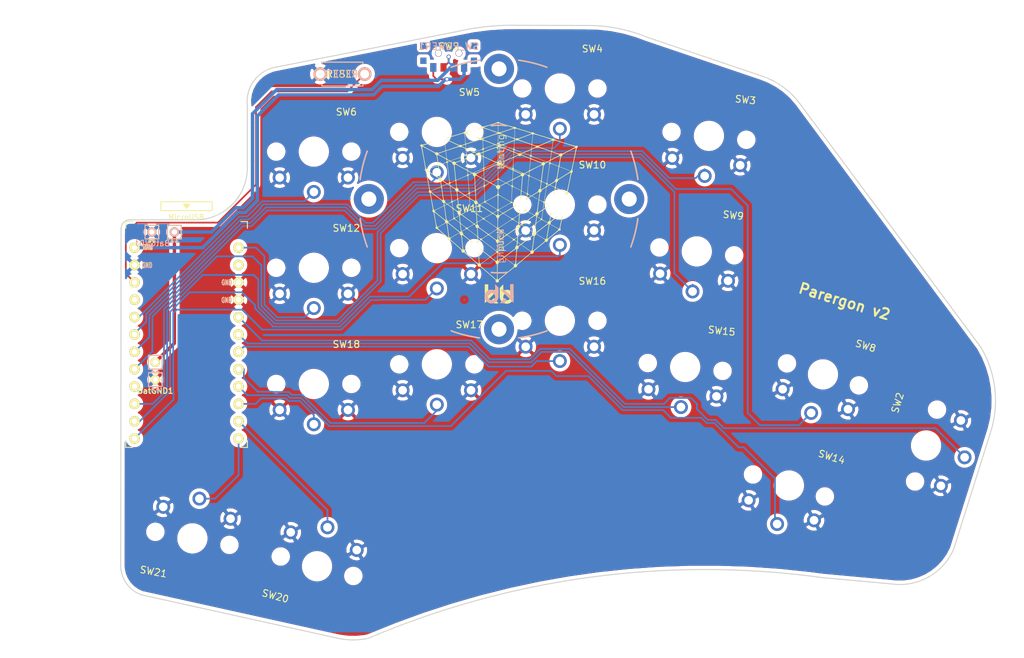
<source format=kicad_pcb>
(kicad_pcb (version 20171130) (host pcbnew 5.1.10)
  (title_block (title hypergolic) (date 2020-12-26) (rev 0.1) (company broomlabs))
  (layers (0 F.Cu signal) (31 B.Cu signal) (34 B.Paste user) (35 F.Paste user) (36 B.SilkS user) (37 F.SilkS user) (38 B.Mask user) (39 F.Mask user) (44 Edge.Cuts user))
  (net 0 "")
  (net 1 reset)
  (net 2 BT+)
  (net 3 gnd)
  (net 4 vcc)
  (net 5 Switch18)
  (net 6 Switch1)
  (net 7 Switch2)
  (net 8 Switch3)
  (net 9 Switch4)
  (net 10 Switch5)
  (net 11 Switch6)
  (net 12 Switch7)
  (net 13 Switch8)
  (net 14 Switch9)
  (net 15 Switch10)
  (net 16 Switch11)
  (net 17 Switch12)
  (net 18 Switch13)
  (net 19 Switch14)
  (net 20 Switch15)
  (net 21 Switch16)
  (net 22 Switch17)
  (net 23 "Net-(SW_POWER1-Pad1)")
  (net 24 raw)
  (module kbd:para (layer F.Cu) (at 86.36 47.752)
    (fp_text reference G*** hide)
    (fp_text value LOGO hide)
  )
  (module kbd:ProMicro_v3_min (layer F.Cu) (at 40.64 69.596)
    (fp_text reference U1 hide)
    (fp_text value ProMicro-kbd hide)
    (fp_text user GND (at 5.86 -6.8) (layer F.SilkS) (effects (font (size 0.75 0.5) (thickness 0.125))))
    (fp_text user GND (at 5.86 -6.77) (layer B.SilkS) (effects (font (size 0.75 0.5) (thickness 0.125)) (justify mirror)))
    (fp_text user GND (at 5.88 -9.38) (layer F.SilkS) (effects (font (size 0.75 0.5) (thickness 0.125))))
    (fp_text user GND (at 5.88 -9.35) (layer B.SilkS) (effects (font (size 0.75 0.5) (thickness 0.125)) (justify mirror)))
    (fp_text user GND (at -5.77 -11.88) (layer B.SilkS) (effects (font (size 0.75 0.5) (thickness 0.125)) (justify mirror)))
    (fp_text user GND (at -5.77 -11.91) (layer F.SilkS) (effects (font (size 0.75 0.5) (thickness 0.125))))
    (fp_text user RAW (at -5.67 -14.52) (layer F.SilkS) (effects (font (size 0.75 0.5) (thickness 0.125))))
    (fp_text user MicroUSB (at -0.05 -18.95) (layer F.SilkS) (effects (font (size 0.75 0.75) (thickness 0.12))))
    (fp_text user RAW (at -5.64 -14.52 unlocked) (layer B.SilkS) (effects (font (size 0.75 0.5) (thickness 0.125)) (justify mirror)))
    (fp_text user "" (at -0.5 -17.25) (layer F.SilkS))
    (fp_text user "" (at -1.2065 -16.256) (layer B.SilkS) (effects (justify mirror)))
    (pad 1 thru_hole circle (at 7.6114 -14.478) (size 1.524 1.524) (drill 0.8128) (layers *.Cu F.SilkS B.Mask) (net 15 Switch10))
    (pad 2 thru_hole circle (at 7.6114 -11.938) (size 1.524 1.524) (drill 0.8128) (layers *.Cu F.SilkS B.Mask) (net 5 Switch18))
    (pad 3 thru_hole circle (at 7.6114 -9.398) (size 1.524 1.524) (drill 0.8128) (layers *.Cu F.SilkS B.Mask) (net 3 gnd))
    (pad 4 thru_hole circle (at 7.6114 -6.858) (size 1.524 1.524) (drill 0.8128) (layers *.Cu F.SilkS B.Mask) (net 3 gnd))
    (pad 5 thru_hole circle (at 7.6114 -4.318) (size 1.524 1.524) (drill 0.8128) (layers *.Cu F.SilkS B.Mask) (net 16 Switch11))
    (pad 6 thru_hole circle (at 7.6114 -1.778) (size 1.524 1.524) (drill 0.8128) (layers *.Cu F.SilkS B.Mask) (net 17 Switch12))
    (pad 7 thru_hole circle (at 7.6114 0.762) (size 1.524 1.524) (drill 0.8128) (layers *.Cu F.SilkS B.Mask) (net 18 Switch13))
    (pad 8 thru_hole circle (at 7.6114 3.302) (size 1.524 1.524) (drill 0.8128) (layers *.Cu F.SilkS B.Mask) (net 19 Switch14))
    (pad 9 thru_hole circle (at 7.6114 5.842) (size 1.524 1.524) (drill 0.8128) (layers *.Cu F.SilkS B.Mask) (net 6 Switch1))
    (pad 10 thru_hole circle (at 7.6114 8.382) (size 1.524 1.524) (drill 0.8128) (layers *.Cu F.SilkS B.Mask) (net 20 Switch15))
    (pad 11 thru_hole circle (at 7.6114 10.922) (size 1.524 1.524) (drill 0.8128) (layers *.Cu F.SilkS B.Mask) (net 21 Switch16))
    (pad 12 thru_hole circle (at 7.6114 13.462) (size 1.524 1.524) (drill 0.8128) (layers *.Cu F.SilkS B.Mask) (net 22 Switch17))
    (pad 13 thru_hole circle (at -7.6086 13.462) (size 1.524 1.524) (drill 0.8128) (layers *.Cu F.SilkS B.Mask) (net 14 Switch9))
    (pad 14 thru_hole circle (at -7.6086 10.922) (size 1.524 1.524) (drill 0.8128) (layers *.Cu F.SilkS B.Mask) (net 13 Switch8))
    (pad 15 thru_hole circle (at -7.6086 8.382) (size 1.524 1.524) (drill 0.8128) (layers *.Cu F.SilkS B.Mask) (net 12 Switch7))
    (pad 16 thru_hole circle (at -7.6086 5.842) (size 1.524 1.524) (drill 0.8128) (layers *.Cu F.SilkS B.Mask) (net 11 Switch6))
    (pad 17 thru_hole circle (at -7.6086 3.302) (size 1.524 1.524) (drill 0.8128) (layers *.Cu F.SilkS B.Mask) (net 7 Switch2))
    (pad 18 thru_hole circle (at -7.6086 0.762) (size 1.524 1.524) (drill 0.8128) (layers *.Cu F.SilkS B.Mask) (net 8 Switch3))
    (pad 19 thru_hole circle (at -7.6086 -1.778) (size 1.524 1.524) (drill 0.8128) (layers *.Cu F.SilkS B.Mask) (net 9 Switch4))
    (pad 20 thru_hole circle (at -7.6086 -4.318) (size 1.524 1.524) (drill 0.8128) (layers *.Cu F.SilkS B.Mask) (net 10 Switch5))
    (pad 21 thru_hole circle (at -7.6086 -6.858) (size 1.524 1.524) (drill 0.8128) (layers *.Cu F.SilkS B.Mask) (net 4 vcc))
    (pad 22 thru_hole circle (at -7.6086 -9.398) (size 1.524 1.524) (drill 0.8128) (layers *.Cu F.SilkS B.Mask) (net 1 reset))
    (pad 23 thru_hole circle (at -7.6086 -11.938) (size 1.524 1.524) (drill 0.8128) (layers *.Cu F.SilkS B.Mask) (net 3 gnd))
    (pad 24 thru_hole circle (at -7.6086 -14.478) (size 1.524 1.524) (drill 0.8128) (layers *.Cu F.SilkS B.Mask) (net 24 raw))
  )
  (module Kailh:SW_PG1350_rev_DPB2 (layer B.Cu) (at 41.493512 97.654043 350)
    (fp_text reference SW21 hide)
    (fp_text value SW_Push hide)
    (fp_text user %R (at -4.76 5.8 170) (layer F.SilkS))
    (pad 2 thru_hole circle (at 5 -3.8 350) (size 2.032 2.032) (drill 1.27) (layers *.Cu *.Mask) (net 3 gnd))
    (pad "" np_thru_hole circle (at 0 0 350) (size 3.429 3.429) (drill 3.429) (layers *.Cu *.Mask))
    (pad 2 thru_hole circle (at -5 -3.8 350) (size 2.032 2.032) (drill 1.27) (layers *.Cu *.Mask) (net 3 gnd))
    (pad 1 thru_hole circle (at 0 -5.9 350) (size 2.032 2.032) (drill 1.27) (layers *.Cu *.Mask) (net 22 Switch17))
    (pad "" np_thru_hole circle (at 5.5 0 350) (size 1.7018 1.7018) (drill 1.7018) (layers *.Cu *.Mask))
    (pad "" np_thru_hole circle (at -5.5 0 350) (size 1.7018 1.7018) (drill 1.7018) (layers *.Cu *.Mask))
  )
  (module Kailh:SW_PG1350_rev_DPB2 (layer B.Cu) (at 128.778 89.916 163)
    (fp_text reference SW14 hide)
    (fp_text value SW_Push hide)
    (fp_text user %R (at -4.760001 5.8 343) (layer F.SilkS))
    (pad 2 thru_hole circle (at 5 -3.8 163) (size 2.032 2.032) (drill 1.27) (layers *.Cu *.Mask) (net 3 gnd))
    (pad "" np_thru_hole circle (at 0 0 163) (size 3.429 3.429) (drill 3.429) (layers *.Cu *.Mask))
    (pad 2 thru_hole circle (at -5 -3.8 163) (size 2.032 2.032) (drill 1.27) (layers *.Cu *.Mask) (net 3 gnd))
    (pad 1 thru_hole circle (at 0 -5.9 163) (size 2.032 2.032) (drill 1.27) (layers *.Cu *.Mask) (net 6 Switch1))
    (pad "" np_thru_hole circle (at 5.5 0 163) (size 1.7018 1.7018) (drill 1.7018) (layers *.Cu *.Mask))
    (pad "" np_thru_hole circle (at -5.5 0 163) (size 1.7018 1.7018) (drill 1.7018) (layers *.Cu *.Mask))
  )
  (module Kailh:SW_PG1350_rev_DPB2 (layer B.Cu) (at 148.844 84.074 253)
    (fp_text reference SW2 hide)
    (fp_text value SW_Push hide)
    (fp_text user %R (at -4.760001 5.8 253) (layer F.SilkS))
    (pad 2 thru_hole circle (at 5 -3.8 253) (size 2.032 2.032) (drill 1.27) (layers *.Cu *.Mask) (net 3 gnd))
    (pad "" np_thru_hole circle (at 0 0 253) (size 3.429 3.429) (drill 3.429) (layers *.Cu *.Mask))
    (pad 2 thru_hole circle (at -5 -3.8 253) (size 2.032 2.032) (drill 1.27) (layers *.Cu *.Mask) (net 3 gnd))
    (pad 1 thru_hole circle (at 0 -5.9 253) (size 2.032 2.032) (drill 1.27) (layers *.Cu *.Mask) (net 16 Switch11))
    (pad "" np_thru_hole circle (at 5.5 0 253) (size 1.7018 1.7018) (drill 1.7018) (layers *.Cu *.Mask))
    (pad "" np_thru_hole circle (at -5.5 0 253) (size 1.7018 1.7018) (drill 1.7018) (layers *.Cu *.Mask))
  )
  (module Kailh:SW_PG1350_rev_DPB2 (layer B.Cu) (at 133.758 73.66 163)
    (fp_text reference SW8 hide)
    (fp_text value SW_Push hide)
    (fp_text user %R (at -4.760001 5.8 343) (layer F.SilkS))
    (pad 2 thru_hole circle (at 5 -3.8 163) (size 2.032 2.032) (drill 1.27) (layers *.Cu *.Mask) (net 3 gnd))
    (pad "" np_thru_hole circle (at 0 0 163) (size 3.429 3.429) (drill 3.429) (layers *.Cu *.Mask))
    (pad 2 thru_hole circle (at -5 -3.8 163) (size 2.032 2.032) (drill 1.27) (layers *.Cu *.Mask) (net 3 gnd))
    (pad 1 thru_hole circle (at 0 -5.9 163) (size 2.032 2.032) (drill 1.27) (layers *.Cu *.Mask) (net 11 Switch6))
    (pad "" np_thru_hole circle (at 5.5 0 163) (size 1.7018 1.7018) (drill 1.7018) (layers *.Cu *.Mask))
    (pad "" np_thru_hole circle (at -5.5 0 163) (size 1.7018 1.7018) (drill 1.7018) (layers *.Cu *.Mask))
  )
  (module kbd:1pin_conn (layer F.Cu) (at 36.068 74.422)
    (fp_text reference BatGND1 (at 0 1.651) (layer F.SilkS) (effects (font (size 0.8128 0.8128))))
    (fp_text value MountingHole_Pad hide)
    (fp_text user ** (at 0 1.651) (layer B.SilkS) (effects (font (size 0.8128 0.8128)) (justify mirror)))
    (pad 1 thru_hole circle (at 0 0) (size 1.397 1.397) (drill 0.8128) (layers *.Cu *.Mask F.SilkS) (net 3 gnd))
  )
  (module kbd:1pin_conn (layer B.Cu) (at 35.56 52.832 180)
    (fp_text reference BatGND1 (at 0 -1.651) (layer B.SilkS) (effects (font (size 0.8128 0.8128)) (justify mirror)))
    (fp_text value MountingHole_Pad hide)
    (fp_text user ** (at 0 -1.651) (layer F.SilkS) (effects (font (size 0.8128 0.8128))))
    (pad 1 thru_hole circle (at 0 0 180) (size 1.397 1.397) (drill 0.8128) (layers *.Cu *.Mask B.SilkS) (net 3 gnd))
  )
  (module kbd:1pin_conn (layer B.Cu) (at 38.862 52.832 180)
    (fp_text reference ** (at 0 -1.651) (layer B.SilkS) (effects (font (size 0.8128 0.8128)) (justify mirror)))
    (fp_text value Val** hide)
    (fp_text user ** (at 0 -1.651) (layer F.SilkS) (effects (font (size 0.8128 0.8128))))
    (pad 1 thru_hole circle (at 0 0 180) (size 1.397 1.397) (drill 0.8128) (layers *.Cu *.Mask B.SilkS) (net 2 BT+))
  )
  (module kbd:1pin_conn (layer F.Cu) (at 36.068 71.882)
    (fp_text reference ** (at 0 1.651) (layer F.SilkS) (effects (font (size 0.8128 0.8128))))
    (fp_text value Val** hide)
    (fp_text user ** (at 0 1.651) (layer B.SilkS) (effects (font (size 0.8128 0.8128)) (justify mirror)))
    (pad 1 thru_hole circle (at 0 0) (size 1.397 1.397) (drill 0.8128) (layers *.Cu *.Mask F.SilkS) (net 2 BT+))
  )
  (module Kailh:SW_PG1350_rev_DPB2 (layer B.Cu) (at 77.26 72.189 180)
    (fp_text reference SW17 hide)
    (fp_text value SW_Push hide)
    (fp_text user %R (at -4.76 5.8) (layer F.SilkS))
    (pad 2 thru_hole circle (at 5 -3.8 180) (size 2.032 2.032) (drill 1.27) (layers *.Cu *.Mask) (net 3 gnd))
    (pad "" np_thru_hole circle (at 0 0 180) (size 3.429 3.429) (drill 3.429) (layers *.Cu *.Mask))
    (pad 2 thru_hole circle (at -5 -3.8 180) (size 2.032 2.032) (drill 1.27) (layers *.Cu *.Mask) (net 3 gnd))
    (pad 1 thru_hole circle (at 0 -5.9 180) (size 2.032 2.032) (drill 1.27) (layers *.Cu *.Mask) (net 19 Switch14))
    (pad "" np_thru_hole circle (at 5.5 0 180) (size 1.7018 1.7018) (drill 1.7018) (layers *.Cu *.Mask))
    (pad "" np_thru_hole circle (at -5.5 0 180) (size 1.7018 1.7018) (drill 1.7018) (layers *.Cu *.Mask))
  )
  (module Kailh:SW_PG1350_rev_DPB2 (layer B.Cu) (at 59.26 58.064 180)
    (fp_text reference SW12 hide)
    (fp_text value SW_Push hide)
    (fp_text user %R (at -4.76 5.8) (layer F.SilkS))
    (pad 2 thru_hole circle (at 5 -3.8 180) (size 2.032 2.032) (drill 1.27) (layers *.Cu *.Mask) (net 3 gnd))
    (pad "" np_thru_hole circle (at 0 0 180) (size 3.429 3.429) (drill 3.429) (layers *.Cu *.Mask))
    (pad 2 thru_hole circle (at -5 -3.8 180) (size 2.032 2.032) (drill 1.27) (layers *.Cu *.Mask) (net 3 gnd))
    (pad 1 thru_hole circle (at 0 -5.9 180) (size 2.032 2.032) (drill 1.27) (layers *.Cu *.Mask) (net 15 Switch10))
    (pad "" np_thru_hole circle (at 5.5 0 180) (size 1.7018 1.7018) (drill 1.7018) (layers *.Cu *.Mask))
    (pad "" np_thru_hole circle (at -5.5 0 180) (size 1.7018 1.7018) (drill 1.7018) (layers *.Cu *.Mask))
  )
  (module Kailh:SW_PG1350_rev_DPB2 (layer B.Cu) (at 59.26 75.064 180)
    (fp_text reference SW18 hide)
    (fp_text value SW_Push hide)
    (fp_text user %R (at -4.76 5.8) (layer F.SilkS))
    (pad 2 thru_hole circle (at 5 -3.8 180) (size 2.032 2.032) (drill 1.27) (layers *.Cu *.Mask) (net 3 gnd))
    (pad "" np_thru_hole circle (at 0 0 180) (size 3.429 3.429) (drill 3.429) (layers *.Cu *.Mask))
    (pad 2 thru_hole circle (at -5 -3.8 180) (size 2.032 2.032) (drill 1.27) (layers *.Cu *.Mask) (net 3 gnd))
    (pad 1 thru_hole circle (at 0 -5.9 180) (size 2.032 2.032) (drill 1.27) (layers *.Cu *.Mask) (net 20 Switch15))
    (pad "" np_thru_hole circle (at 5.5 0 180) (size 1.7018 1.7018) (drill 1.7018) (layers *.Cu *.Mask))
    (pad "" np_thru_hole circle (at -5.5 0 180) (size 1.7018 1.7018) (drill 1.7018) (layers *.Cu *.Mask))
  )
  (module Kailh:SW_PG1350_rev_DPB2 (layer B.Cu) (at 117.073725 38.758733 174)
    (fp_text reference SW3 hide)
    (fp_text value SW_Push hide)
    (fp_text user %R (at -4.76 5.8 354) (layer F.SilkS))
    (pad 2 thru_hole circle (at 5 -3.8 174) (size 2.032 2.032) (drill 1.27) (layers *.Cu *.Mask) (net 3 gnd))
    (pad "" np_thru_hole circle (at 0 0 174) (size 3.429 3.429) (drill 3.429) (layers *.Cu *.Mask))
    (pad 2 thru_hole circle (at -5 -3.8 174) (size 2.032 2.032) (drill 1.27) (layers *.Cu *.Mask) (net 3 gnd))
    (pad 1 thru_hole circle (at 0 -5.9 174) (size 2.032 2.032) (drill 1.27) (layers *.Cu *.Mask) (net 7 Switch2))
    (pad "" np_thru_hole circle (at 5.5 0 174) (size 1.7018 1.7018) (drill 1.7018) (layers *.Cu *.Mask))
    (pad "" np_thru_hole circle (at -5.5 0 174) (size 1.7018 1.7018) (drill 1.7018) (layers *.Cu *.Mask))
  )
  (module Kailh:SW_PG1350_rev_DPB2 (layer B.Cu) (at 59.73 101.734 345)
    (fp_text reference SW20 hide)
    (fp_text value SW_Push hide)
    (fp_text user %R (at -4.76 5.8 345) (layer F.SilkS))
    (pad 2 thru_hole circle (at 5 -3.8 345) (size 2.032 2.032) (drill 1.27) (layers *.Cu *.Mask) (net 3 gnd))
    (pad "" np_thru_hole circle (at 0 0 345) (size 3.429 3.429) (drill 3.429) (layers *.Cu *.Mask))
    (pad 2 thru_hole circle (at -5 -3.8 345) (size 2.032 2.032) (drill 1.27) (layers *.Cu *.Mask) (net 3 gnd))
    (pad 1 thru_hole circle (at 0 -5.9 345) (size 2.032 2.032) (drill 1.27) (layers *.Cu *.Mask) (net 21 Switch16))
    (pad "" np_thru_hole circle (at 5.5 0 345) (size 1.7018 1.7018) (drill 1.7018) (layers *.Cu *.Mask))
    (pad "" np_thru_hole circle (at -5.5 0 345) (size 1.7018 1.7018) (drill 1.7018) (layers *.Cu *.Mask))
  )
  (module Kailh:SW_PG1350_rev_DPB2 (layer B.Cu) (at 95.26 65.814 180)
    (fp_text reference SW16 hide)
    (fp_text value SW_Push hide)
    (fp_text user %R (at -4.76 5.8) (layer F.SilkS))
    (pad 2 thru_hole circle (at 5 -3.8 180) (size 2.032 2.032) (drill 1.27) (layers *.Cu *.Mask) (net 3 gnd))
    (pad "" np_thru_hole circle (at 0 0 180) (size 3.429 3.429) (drill 3.429) (layers *.Cu *.Mask))
    (pad 2 thru_hole circle (at -5 -3.8 180) (size 2.032 2.032) (drill 1.27) (layers *.Cu *.Mask) (net 3 gnd))
    (pad 1 thru_hole circle (at 0 -5.9 180) (size 2.032 2.032) (drill 1.27) (layers *.Cu *.Mask) (net 18 Switch13))
    (pad "" np_thru_hole circle (at 5.5 0 180) (size 1.7018 1.7018) (drill 1.7018) (layers *.Cu *.Mask))
    (pad "" np_thru_hole circle (at -5.5 0 180) (size 1.7018 1.7018) (drill 1.7018) (layers *.Cu *.Mask))
  )
  (module Kailh:SW_PG1350_rev_DPB2 (layer B.Cu) (at 113.599306 72.577387 174)
    (fp_text reference SW15 hide)
    (fp_text value SW_Push hide)
    (fp_text user %R (at -4.76 5.8 354) (layer F.SilkS))
    (pad 2 thru_hole circle (at 5 -3.8 174) (size 2.032 2.032) (drill 1.27) (layers *.Cu *.Mask) (net 3 gnd))
    (pad "" np_thru_hole circle (at 0 0 174) (size 3.429 3.429) (drill 3.429) (layers *.Cu *.Mask))
    (pad 2 thru_hole circle (at -5 -3.8 174) (size 2.032 2.032) (drill 1.27) (layers *.Cu *.Mask) (net 3 gnd))
    (pad 1 thru_hole circle (at 0 -5.9 174) (size 2.032 2.032) (drill 1.27) (layers *.Cu *.Mask) (net 17 Switch12))
    (pad "" np_thru_hole circle (at 5.5 0 174) (size 1.7018 1.7018) (drill 1.7018) (layers *.Cu *.Mask))
    (pad "" np_thru_hole circle (at -5.5 0 174) (size 1.7018 1.7018) (drill 1.7018) (layers *.Cu *.Mask))
  )
  (module Kailh:SW_PG1350_rev_DPB2 (layer B.Cu) (at 77.26 55.184 180)
    (fp_text reference SW11 hide)
    (fp_text value SW_Push hide)
    (fp_text user %R (at -4.76 5.8) (layer F.SilkS))
    (pad 2 thru_hole circle (at 5 -3.8 180) (size 2.032 2.032) (drill 1.27) (layers *.Cu *.Mask) (net 3 gnd))
    (pad "" np_thru_hole circle (at 0 0 180) (size 3.429 3.429) (drill 3.429) (layers *.Cu *.Mask))
    (pad 2 thru_hole circle (at -5 -3.8 180) (size 2.032 2.032) (drill 1.27) (layers *.Cu *.Mask) (net 3 gnd))
    (pad 1 thru_hole circle (at 0 -5.9 180) (size 2.032 2.032) (drill 1.27) (layers *.Cu *.Mask) (net 14 Switch9))
    (pad "" np_thru_hole circle (at 5.5 0 180) (size 1.7018 1.7018) (drill 1.7018) (layers *.Cu *.Mask))
    (pad "" np_thru_hole circle (at -5.5 0 180) (size 1.7018 1.7018) (drill 1.7018) (layers *.Cu *.Mask))
  )
  (module Kailh:SW_PG1350_rev_DPB2 (layer B.Cu) (at 95.26 48.814 180)
    (fp_text reference SW10 hide)
    (fp_text value SW_Push hide)
    (fp_text user %R (at -4.76 5.8) (layer F.SilkS))
    (pad 2 thru_hole circle (at 5 -3.8 180) (size 2.032 2.032) (drill 1.27) (layers *.Cu *.Mask) (net 3 gnd))
    (pad "" np_thru_hole circle (at 0 0 180) (size 3.429 3.429) (drill 3.429) (layers *.Cu *.Mask))
    (pad 2 thru_hole circle (at -5 -3.8 180) (size 2.032 2.032) (drill 1.27) (layers *.Cu *.Mask) (net 3 gnd))
    (pad 1 thru_hole circle (at 0 -5.9 180) (size 2.032 2.032) (drill 1.27) (layers *.Cu *.Mask) (net 13 Switch8))
    (pad "" np_thru_hole circle (at 5.5 0 180) (size 1.7018 1.7018) (drill 1.7018) (layers *.Cu *.Mask))
    (pad "" np_thru_hole circle (at -5.5 0 180) (size 1.7018 1.7018) (drill 1.7018) (layers *.Cu *.Mask))
  )
  (module Kailh:SW_PG1350_rev_DPB2 (layer B.Cu) (at 115.296801 55.665619 174)
    (fp_text reference SW9 hide)
    (fp_text value SW_Push hide)
    (fp_text user %R (at -4.76 5.8 354) (layer F.SilkS))
    (pad 2 thru_hole circle (at 5 -3.8 174) (size 2.032 2.032) (drill 1.27) (layers *.Cu *.Mask) (net 3 gnd))
    (pad "" np_thru_hole circle (at 0 0 174) (size 3.429 3.429) (drill 3.429) (layers *.Cu *.Mask))
    (pad 2 thru_hole circle (at -5 -3.8 174) (size 2.032 2.032) (drill 1.27) (layers *.Cu *.Mask) (net 3 gnd))
    (pad 1 thru_hole circle (at 0 -5.9 174) (size 2.032 2.032) (drill 1.27) (layers *.Cu *.Mask) (net 12 Switch7))
    (pad "" np_thru_hole circle (at 5.5 0 174) (size 1.7018 1.7018) (drill 1.7018) (layers *.Cu *.Mask))
    (pad "" np_thru_hole circle (at -5.5 0 174) (size 1.7018 1.7018) (drill 1.7018) (layers *.Cu *.Mask))
  )
  (module Kailh:SW_PG1350_rev_DPB2 (layer B.Cu) (at 77.26 38.184 180)
    (fp_text reference SW5 hide)
    (fp_text value SW_Push hide)
    (fp_text user %R (at -4.76 5.8) (layer F.SilkS))
    (pad 2 thru_hole circle (at 5 -3.8 180) (size 2.032 2.032) (drill 1.27) (layers *.Cu *.Mask) (net 3 gnd))
    (pad "" np_thru_hole circle (at 0 0 180) (size 3.429 3.429) (drill 3.429) (layers *.Cu *.Mask))
    (pad 2 thru_hole circle (at -5 -3.8 180) (size 2.032 2.032) (drill 1.27) (layers *.Cu *.Mask) (net 3 gnd))
    (pad 1 thru_hole circle (at 0 -5.9 180) (size 2.032 2.032) (drill 1.27) (layers *.Cu *.Mask) (net 9 Switch4))
    (pad "" np_thru_hole circle (at 5.5 0 180) (size 1.7018 1.7018) (drill 1.7018) (layers *.Cu *.Mask))
    (pad "" np_thru_hole circle (at -5.5 0 180) (size 1.7018 1.7018) (drill 1.7018) (layers *.Cu *.Mask))
  )
  (module Kailh:SW_PG1350_rev_DPB2 (layer B.Cu) (at 95.26 31.824 180)
    (fp_text reference SW4 hide)
    (fp_text value SW_Push hide)
    (fp_text user %R (at -4.76 5.8) (layer F.SilkS))
    (pad 2 thru_hole circle (at 5 -3.8 180) (size 2.032 2.032) (drill 1.27) (layers *.Cu *.Mask) (net 3 gnd))
    (pad "" np_thru_hole circle (at 0 0 180) (size 3.429 3.429) (drill 3.429) (layers *.Cu *.Mask))
    (pad 2 thru_hole circle (at -5 -3.8 180) (size 2.032 2.032) (drill 1.27) (layers *.Cu *.Mask) (net 3 gnd))
    (pad 1 thru_hole circle (at 0 -5.9 180) (size 2.032 2.032) (drill 1.27) (layers *.Cu *.Mask) (net 8 Switch3))
    (pad "" np_thru_hole circle (at 5.5 0 180) (size 1.7018 1.7018) (drill 1.7018) (layers *.Cu *.Mask))
    (pad "" np_thru_hole circle (at -5.5 0 180) (size 1.7018 1.7018) (drill 1.7018) (layers *.Cu *.Mask))
  )
  (module Kailh:SW_PG1350_rev_DPB2 (layer B.Cu) (at 59.26 41.064 180)
    (fp_text reference SW6 hide)
    (fp_text value SW_Push hide)
    (fp_text user %R (at -4.76 5.8) (layer F.SilkS))
    (pad 2 thru_hole circle (at 5 -3.8 180) (size 2.032 2.032) (drill 1.27) (layers *.Cu *.Mask) (net 3 gnd))
    (pad "" np_thru_hole circle (at 0 0 180) (size 3.429 3.429) (drill 3.429) (layers *.Cu *.Mask))
    (pad 2 thru_hole circle (at -5 -3.8 180) (size 2.032 2.032) (drill 1.27) (layers *.Cu *.Mask) (net 3 gnd))
    (pad 1 thru_hole circle (at 0 -5.9 180) (size 2.032 2.032) (drill 1.27) (layers *.Cu *.Mask) (net 10 Switch5))
    (pad "" np_thru_hole circle (at 5.5 0 180) (size 1.7018 1.7018) (drill 1.7018) (layers *.Cu *.Mask))
    (pad "" np_thru_hole circle (at -5.5 0 180) (size 1.7018 1.7018) (drill 1.7018) (layers *.Cu *.Mask))
  )
  (module kbd:Tenting_Puck2 (layer B.Cu) (at 86.36 48.006 180)
    (fp_text reference REF**)
    (fp_text value "Tenting Puck")
    (fp_text user tenting (at -0.1905 -6.858 270) (layer B.SilkS) (effects (font (thickness 0.1)) (justify mirror)))
    (fp_text user puck (at -0.254 6.0325 270) (layer B.SilkS) (effects (font (thickness 0.1)) (justify mirror)))
    (fp_text user tenting (at -0.254 6.9215 270) (layer F.SilkS) (effects (font (thickness 0.1))))
    (fp_text user puck (at -0.1905 -6.0325 90 unlocked) (layer F.SilkS) (effects (font (thickness 0.1))))
    (pad 1 thru_hole circle (at 0 19.05 180) (size 4.4 4.4) (drill 2.2) (layers *.Cu *.Mask))
    (pad 1 thru_hole circle (at 19.05 0 180) (size 4.4 4.4) (drill 2.2) (layers *.Cu *.Mask))
    (pad 1 thru_hole circle (at 0 -19.05 180) (size 4.4 4.4) (drill 2.2) (layers *.Cu *.Mask))
    (pad 1 thru_hole circle (at -19.05 0 180) (size 4.4 4.4) (drill 2.2) (layers *.Cu *.Mask))
  )
  (module Kailh:SPDT_C128955r (layer F.Cu) (at 78.994 26.67)
    (fp_text reference SW2 (at 0 -1) (layer F.SilkS))
    (fp_text value SW_SPDT)
    (pad 2 smd rect (at -0.75 2.075) (size 0.9 1.25) (layers F.Cu F.Paste F.Mask) (net 2 BT+))
    (pad 3 smd rect (at -2.25 2.075) (size 0.9 1.25) (layers F.Cu F.Paste F.Mask) (net 24 raw))
    (pad 1 smd rect (at 2.25 2.075) (size 0.9 1.25) (layers F.Cu F.Paste F.Mask))
    (pad 0 smd rect (at 3.7 -1.1) (size 0.9 0.9) (layers F.Cu F.Paste F.Mask))
    (pad 0 smd rect (at 3.7 1.1) (size 0.9 0.9) (layers F.Cu F.Paste F.Mask))
    (pad 0 smd rect (at -3.7 1.1) (size 0.9 0.9) (layers F.Cu F.Paste F.Mask))
    (pad 0 smd rect (at -3.7 -1.1) (size 0.9 0.9) (layers F.Cu F.Paste F.Mask))
  )
  (module Kailh:SPDT_C128955 (layer B.Cu) (at 78.994 26.67 180)
    (fp_text reference SW_POWER1 (at 0 1) (layer B.SilkS) (effects (justify mirror)))
    (fp_text value SW_SPDT)
    (pad 0 smd rect (at -3.7 1.1 180) (size 0.9 0.9) (layers B.Cu B.Paste B.Mask))
    (pad 0 smd rect (at -3.7 -1.1 180) (size 0.9 0.9) (layers B.Cu B.Paste B.Mask))
    (pad 0 smd rect (at 3.7 -1.1 180) (size 0.9 0.9) (layers B.Cu B.Paste B.Mask))
    (pad 0 smd rect (at 3.7 1.1 180) (size 0.9 0.9) (layers B.Cu B.Paste B.Mask))
    (pad 1 smd rect (at 2.25 -2.075 180) (size 0.9 1.25) (layers B.Cu B.Paste B.Mask) (net 23 "Net-(SW_POWER1-Pad1)"))
    (pad 3 smd rect (at -2.25 -2.075 180) (size 0.9 1.25) (layers B.Cu B.Paste B.Mask) (net 24 raw))
    (pad 2 smd rect (at -0.75 -2.075 180) (size 0.9 1.25) (layers B.Cu B.Paste B.Mask) (net 2 BT+))
    (pad "" np_thru_hole circle (at -1.5 0 180) (size 1 1) (drill 0.9) (layers *.Cu *.Mask))
    (pad "" np_thru_hole circle (at 1.5 0 180) (size 1 1) (drill 0.9) (layers *.Cu *.Mask))
  )
  (module kbd:ResetSW (layer B.Cu) (at 63.448 29.718 180)
    (fp_text reference RSW1 hide)
    (fp_text value SW_Push)
    (fp_text user RESET (at 0 0) (layer B.SilkS) (effects (justify mirror)))
    (fp_text user RESET (at 0.127 0) (layer F.SilkS))
    (pad 2 thru_hole circle (at -3.25 0 180) (size 2 2) (drill 1.3) (layers *.Cu *.Mask B.SilkS) (net 1 reset))
    (pad 1 thru_hole circle (at 3.25 0 180) (size 2 2) (drill 1.3) (layers *.Cu *.Mask B.SilkS) (net 3 gnd))
  )
  (gr_text "Parergon v2" (at 136.906 62.992 343) (layer F.SilkS) (effects (font (size 1.5 1.5) (thickness 0.3))))
  (gr_line (start 107.980005 24.310753) (end 124.714 29.972) (angle 90) (layer Edge.Cuts) (width 0.15))
  (gr_arc (start 99.314 45.466) (end 99.06 22.606) (angle 22.9124919) (layer Edge.Cuts) (width 0.15))
  (gr_line (start 66.818368 112.363873) (end 67.31 112.245889) (layer Edge.Cuts) (width 0.15))
  (gr_arc (start 116.490445 227.846449) (end 133.690041 103.402166) (angle -30.91563228) (layer Edge.Cuts) (width 0.15))
  (gr_arc (start 32.32832 52.314) (end 31.05832 52.324) (angle 94.05555909) (layer Edge.Cuts) (width 0.15))
  (gr_line (start 32.408164 51.046473) (end 41.656141 51.049771) (angle 90) (layer Edge.Cuts) (width 0.15))
  (gr_arc (start 65.024 101.854) (end 62.738 112.268) (angle -22.06954052) (layer Edge.Cuts) (width 0.15))
  (gr_line (start 62.738 112.268) (end 34.036 105.918) (layer Edge.Cuts) (width 0.15))
  (gr_arc (start 35.572354 101.615905) (end 34.036 105.918) (angle 70.54625375) (layer Edge.Cuts) (width 0.15))
  (gr_arc (start 88.368079 58.96879) (end 80.226393 23.495399) (angle 14.16454563) (layer Edge.Cuts) (width 0.15))
  (gr_line (start 89.154528 22.581567) (end 99.06 22.606) (angle 90) (layer Edge.Cuts) (width 0.15))
  (gr_line (start 144.526 104.394) (end 133.690041 103.402166) (layer Edge.Cuts) (width 0.15))
  (gr_arc (start 41.91 43.43261) (end 49.53 43.578151) (angle 90.81459567) (layer Edge.Cuts) (width 0.15))
  (gr_arc (start 54.627507 33.74391) (end 49.53 34.29) (angle 87.32605082) (layer Edge.Cuts) (width 0.15))
  (gr_arc (start 145.008629 95.824859) (end 152.890532 99.221726) (angle 69.90898017) (layer Edge.Cuts) (width 0.15))
  (gr_line (start 130.556001 34.290001) (end 156.817493 69.628875) (angle 90) (layer Edge.Cuts) (width 0.15))
  (gr_arc (start 143.785881 77.492748) (end 156.817493 69.628875) (angle 49.39351631) (layer Edge.Cuts) (width 0.15))
  (gr_line (start 49.53 43.578151) (end 49.53 34.29) (angle 90) (layer Edge.Cuts) (width 0.15))
  (gr_arc (start 121.158 40.894) (end 124.714 29.972) (angle 36.8699046) (layer Edge.Cuts) (width 0.15))
  (gr_line (start 158.237872 82.268036) (end 152.890532 99.221726) (angle 90) (layer Edge.Cuts) (width 0.15))
  (gr_line (start 31.004187 101.600055) (end 31.05832 52.324) (angle 90) (layer Edge.Cuts) (width 0.15))
  (gr_line (start 53.844201 28.67743) (end 80.226393 23.495399) (angle 90) (layer Edge.Cuts) (width 0.15))
  (segment (start 81.28 62.738) (end 81.279998 62.737998) (width 0.25) (layer B.Cu) (net 0))
  (segment (start 31.75 58.9166) (end 33.0314 60.198) (width 0.25) (layer F.Cu) (net 1))
  (segment (start 33.382211 51.453789) (end 31.75 53.086) (width 0.25) (layer F.Cu) (net 1))
  (segment (start 45.237027 51.453789) (end 33.382211 51.453789) (width 0.25) (layer F.Cu) (net 1))
  (segment (start 50.8 45.890816) (end 45.237027 51.453789) (width 0.25) (layer F.Cu) (net 1))
  (segment (start 50.8 34.544) (end 50.8 45.890816) (width 0.25) (layer F.Cu) (net 1))
  (segment (start 53.086 32.258) (end 50.8 34.544) (width 0.25) (layer F.Cu) (net 1))
  (segment (start 31.75 53.086) (end 31.75 58.9166) (width 0.25) (layer F.Cu) (net 1))
  (segment (start 64.158 32.258) (end 53.086 32.258) (width 0.25) (layer F.Cu) (net 1))
  (segment (start 66.698 29.718) (end 64.158 32.258) (width 0.25) (layer F.Cu) (net 1))
  (segment (start 50.292 42.418) (end 50.292 46.398727) (width 0.25) (layer B.Cu) (net 2))
  (via (at 78.994 27.178) (size 0.6) (drill 0.4) (layers F.Cu B.Cu) (net 2))
  (segment (start 78.994 27.995) (end 78.244 28.745) (width 0.25) (layer F.Cu) (net 2))
  (segment (start 78.994 27.178) (end 78.994 27.995) (width 0.25) (layer F.Cu) (net 2))
  (segment (start 78.994 27.995) (end 79.744 28.745) (width 0.25) (layer B.Cu) (net 2))
  (segment (start 78.994 27.178) (end 78.994 27.995) (width 0.25) (layer B.Cu) (net 2))
  (segment (start 50.292 36.83) (end 50.292 42.418) (width 0.5) (layer B.Cu) (net 2))
  (segment (start 50.292 35.51998) (end 50.292 36.83) (width 0.5) (layer B.Cu) (net 2))
  (segment (start 67.79799 31.98399) (end 53.82799 31.98399) (width 0.5) (layer B.Cu) (net 2))
  (segment (start 53.82799 31.98399) (end 50.292 35.51998) (width 0.5) (layer B.Cu) (net 2))
  (segment (start 69.140647 30.641333) (end 67.79799 31.98399) (width 0.5) (layer B.Cu) (net 2))
  (segment (start 77.377333 30.641333) (end 69.140647 30.641333) (width 0.5) (layer B.Cu) (net 2))
  (segment (start 79.273666 28.745) (end 77.377333 30.641333) (width 0.5) (layer B.Cu) (net 2))
  (segment (start 79.744 28.745) (end 79.273666 28.745) (width 0.5) (layer B.Cu) (net 2))
  (segment (start 44.293622 52.832) (end 38.862 52.832) (width 0.5) (layer B.Cu) (net 2))
  (segment (start 47.848942 49.27668) (end 44.293622 52.832) (width 0.5) (layer B.Cu) (net 2))
  (segment (start 48.949548 49.27668) (end 47.848942 49.27668) (width 0.5) (layer B.Cu) (net 2))
  (segment (start 50.292 47.934228) (end 48.949548 49.27668) (width 0.5) (layer B.Cu) (net 2))
  (segment (start 50.292 42.418) (end 50.292 47.934228) (width 0.5) (layer B.Cu) (net 2))
  (segment (start 38.862 69.088) (end 36.068 71.882) (width 0.5) (layer F.Cu) (net 2))
  (segment (start 38.862 52.832) (end 38.862 69.088) (width 0.5) (layer F.Cu) (net 2))
  (segment (start 126.738499 88.892499) (end 126.738499 95.24369) (width 0.25) (layer B.Cu) (net 6))
  (segment (start 122.174 84.328) (end 126.738499 88.892499) (width 0.25) (layer B.Cu) (net 6))
  (segment (start 121.412 84.328) (end 122.174 84.328) (width 0.25) (layer B.Cu) (net 6))
  (segment (start 117.856 80.772) (end 121.412 84.328) (width 0.25) (layer B.Cu) (net 6))
  (segment (start 116.71159 80.772) (end 117.856 80.772) (width 0.25) (layer B.Cu) (net 6))
  (segment (start 115.94959 80.01) (end 116.71159 80.772) (width 0.25) (layer B.Cu) (net 6))
  (segment (start 111.506 80.01) (end 115.94959 80.01) (width 0.25) (layer B.Cu) (net 6))
  (segment (start 49.5214 76.708) (end 55.372 76.708) (width 0.25) (layer B.Cu) (net 6))
  (segment (start 126.738499 95.24369) (end 127.053007 95.558198) (width 0.25) (layer B.Cu) (net 6))
  (segment (start 87.376 73.152) (end 93.98 73.152) (width 0.25) (layer B.Cu) (net 6))
  (segment (start 79.30599 81.22201) (end 87.376 73.152) (width 0.25) (layer B.Cu) (net 6))
  (segment (start 55.767501 77.103501) (end 57.384183 77.103501) (width 0.25) (layer B.Cu) (net 6))
  (segment (start 55.372 76.708) (end 55.767501 77.103501) (width 0.25) (layer B.Cu) (net 6))
  (segment (start 99.43959 73.914) (end 104.420665 78.895075) (width 0.25) (layer B.Cu) (net 6))
  (segment (start 57.384183 77.103501) (end 61.502692 81.22201) (width 0.25) (layer B.Cu) (net 6))
  (segment (start 48.2514 75.438) (end 49.5214 76.708) (width 0.25) (layer B.Cu) (net 6))
  (segment (start 61.502692 81.22201) (end 79.30599 81.22201) (width 0.25) (layer B.Cu) (net 6))
  (segment (start 110.391075 78.895075) (end 111.506 80.01) (width 0.25) (layer B.Cu) (net 6))
  (segment (start 93.98 73.152) (end 94.742 73.914) (width 0.25) (layer B.Cu) (net 6))
  (segment (start 94.742 73.914) (end 99.43959 73.914) (width 0.25) (layer B.Cu) (net 6))
  (segment (start 104.420665 78.895075) (end 110.391075 78.895075) (width 0.25) (layer B.Cu) (net 6))
  (segment (start 35.635225 70.294175) (end 33.0314 72.898) (width 0.25) (layer B.Cu) (net 7))
  (segment (start 53.197175 49.672825) (end 63.771236 49.672826) (width 0.25) (layer B.Cu) (net 7))
  (segment (start 68.39078 52.38199) (end 74.34876 46.42401) (width 0.25) (layer B.Cu) (net 7))
  (segment (start 74.34876 46.42401) (end 82.7364 46.42401) (width 0.25) (layer B.Cu) (net 7))
  (segment (start 63.771236 49.672826) (end 66.4804 52.38199) (width 0.25) (layer B.Cu) (net 7))
  (segment (start 66.4804 52.38199) (end 68.39078 52.38199) (width 0.25) (layer B.Cu) (net 7))
  (segment (start 82.7364 46.42401) (end 88.160386 41.000024) (width 0.25) (layer B.Cu) (net 7))
  (segment (start 88.160386 41.000024) (end 107.326368 41.000024) (width 0.25) (layer B.Cu) (net 7))
  (segment (start 115.141591 44.941828) (end 116.457007 43.626412) (width 0.25) (layer B.Cu) (net 7))
  (segment (start 107.326368 41.000024) (end 111.268172 44.941828) (width 0.25) (layer B.Cu) (net 7))
  (segment (start 111.268172 44.941828) (end 115.141591 44.941828) (width 0.25) (layer B.Cu) (net 7))
  (segment (start 53.197175 49.672825) (end 52.943175 49.672825) (width 0.25) (layer B.Cu) (net 7))
  (segment (start 48.87402 51.96398) (end 35.635225 65.202775) (width 0.25) (layer B.Cu) (net 7))
  (segment (start 50.14684 51.96398) (end 48.87402 51.96398) (width 0.25) (layer B.Cu) (net 7))
  (segment (start 53.197175 49.672825) (end 52.437995 49.672825) (width 0.25) (layer B.Cu) (net 7))
  (segment (start 52.437995 49.672825) (end 50.14684 51.96398) (width 0.25) (layer B.Cu) (net 7))
  (segment (start 35.635225 65.202775) (end 35.635225 70.294175) (width 0.25) (layer B.Cu) (net 7))
  (segment (start 35.185215 68.204185) (end 33.0314 70.358) (width 0.25) (layer B.Cu) (net 8))
  (segment (start 87.973986 40.550014) (end 82.55 45.974) (width 0.25) (layer B.Cu) (net 8))
  (segment (start 95.26 37.724) (end 95.26 39.688028) (width 0.25) (layer B.Cu) (net 8))
  (segment (start 95.26 39.688028) (end 94.398014 40.550014) (width 0.25) (layer B.Cu) (net 8))
  (segment (start 94.398014 40.550014) (end 87.973986 40.550014) (width 0.25) (layer B.Cu) (net 8))
  (segment (start 82.55 45.974) (end 74.16236 45.974) (width 0.25) (layer B.Cu) (net 8))
  (segment (start 35.185215 65.016375) (end 35.185215 68.204185) (width 0.25) (layer B.Cu) (net 8))
  (segment (start 48.68762 51.51397) (end 35.185215 65.016375) (width 0.25) (layer B.Cu) (net 8))
  (segment (start 63.957637 49.222817) (end 62.791185 49.222815) (width 0.25) (layer B.Cu) (net 8))
  (segment (start 62.791185 49.222815) (end 52.251595 49.222815) (width 0.25) (layer B.Cu) (net 8))
  (segment (start 74.16236 45.974) (end 68.20438 51.93198) (width 0.25) (layer B.Cu) (net 8))
  (segment (start 68.20438 51.93198) (end 66.6668 51.93198) (width 0.25) (layer B.Cu) (net 8))
  (segment (start 49.96044 51.51397) (end 48.68762 51.51397) (width 0.25) (layer B.Cu) (net 8))
  (segment (start 66.6668 51.93198) (end 63.957637 49.222817) (width 0.25) (layer B.Cu) (net 8))
  (segment (start 52.251595 49.222815) (end 49.96044 51.51397) (width 0.25) (layer B.Cu) (net 8))
  (segment (start 49.84872 50.86369) (end 49.7107 51.00171) (width 0.25) (layer B.Cu) (net 9))
  (segment (start 49.97431 50.86369) (end 49.84872 50.86369) (width 0.25) (layer B.Cu) (net 9))
  (segment (start 51.892981 48.772805) (end 51.473209 49.192577) (width 0.25) (layer B.Cu) (net 9))
  (segment (start 62.733195 48.772805) (end 51.892981 48.772805) (width 0.25) (layer B.Cu) (net 9))
  (segment (start 73.85601 45.52399) (end 67.89803 51.48197) (width 0.25) (layer B.Cu) (net 9))
  (segment (start 64.144038 48.772808) (end 62.733195 48.772805) (width 0.25) (layer B.Cu) (net 9))
  (segment (start 66.8532 51.48197) (end 64.144038 48.772808) (width 0.25) (layer B.Cu) (net 9))
  (segment (start 67.89803 51.48197) (end 66.8532 51.48197) (width 0.25) (layer B.Cu) (net 9))
  (segment (start 51.473209 49.364791) (end 49.97431 50.86369) (width 0.25) (layer B.Cu) (net 9))
  (segment (start 76.51199 45.52399) (end 73.85601 45.52399) (width 0.25) (layer B.Cu) (net 9))
  (segment (start 77.26 44.77598) (end 76.51199 45.52399) (width 0.25) (layer B.Cu) (net 9))
  (segment (start 51.473209 49.192577) (end 51.473209 49.364791) (width 0.25) (layer B.Cu) (net 9))
  (segment (start 77.26 44.084) (end 77.26 44.77598) (width 0.25) (layer B.Cu) (net 9))
  (segment (start 48.50122 51.06396) (end 44.19459 55.37059) (width 0.25) (layer B.Cu) (net 9))
  (segment (start 48.50404 51.06396) (end 48.50122 51.06396) (width 0.25) (layer B.Cu) (net 9))
  (segment (start 44.19459 55.37059) (end 44.44859 55.11659) (width 0.25) (layer B.Cu) (net 9))
  (segment (start 48.56629 51.00171) (end 48.50404 51.06396) (width 0.25) (layer B.Cu) (net 9))
  (segment (start 49.7107 51.00171) (end 48.56629 51.00171) (width 0.25) (layer B.Cu) (net 9))
  (segment (start 33.0314 67.68101) (end 33.0314 67.818) (width 0.25) (layer B.Cu) (net 9))
  (segment (start 34.735205 65.977205) (end 33.0314 67.68101) (width 0.25) (layer B.Cu) (net 9))
  (segment (start 34.735205 64.829975) (end 34.735205 65.977205) (width 0.25) (layer B.Cu) (net 9))
  (segment (start 44.19459 55.37059) (end 34.735205 64.829975) (width 0.25) (layer B.Cu) (net 9))
  (segment (start 33.65077 65.278) (end 33.0314 65.278) (width 0.25) (layer B.Cu) (net 10))
  (segment (start 48.37707 50.5517) (end 33.65077 65.278) (width 0.25) (layer B.Cu) (net 10))
  (segment (start 49.5243 50.5517) (end 48.37707 50.5517) (width 0.25) (layer B.Cu) (net 10))
  (segment (start 51.0232 49.0528) (end 49.5243 50.5517) (width 0.25) (layer B.Cu) (net 10))
  (segment (start 51.706581 48.322795) (end 51.0232 49.006176) (width 0.25) (layer B.Cu) (net 10))
  (segment (start 51.0232 49.006176) (end 51.0232 49.0528) (width 0.25) (layer B.Cu) (net 10))
  (segment (start 57.901205 48.322795) (end 51.706581 48.322795) (width 0.25) (layer B.Cu) (net 10))
  (segment (start 59.26 46.964) (end 57.901205 48.322795) (width 0.25) (layer B.Cu) (net 10))
  (segment (start 63.955283 64.53901) (end 64.374146 64.120146) (width 0.25) (layer B.Cu) (net 11))
  (segment (start 124.51799 81.08399) (end 130.251215 81.08399) (width 0.25) (layer B.Cu) (net 11))
  (segment (start 64.374146 64.120146) (end 68.58 59.914293) (width 0.25) (layer B.Cu) (net 11))
  (segment (start 82.922801 46.874019) (end 88.346786 41.450034) (width 0.25) (layer B.Cu) (net 11))
  (segment (start 122.75101 48.96542) (end 122.75101 79.31701) (width 0.25) (layer B.Cu) (net 11))
  (segment (start 68.58 52.82918) (end 74.41918 46.99) (width 0.25) (layer B.Cu) (net 11))
  (segment (start 74.41918 46.99) (end 77.47 46.99) (width 0.25) (layer B.Cu) (net 11))
  (segment (start 77.47 46.99) (end 77.58598 46.87402) (width 0.25) (layer B.Cu) (net 11))
  (segment (start 77.58598 46.87402) (end 82.922801 46.874019) (width 0.25) (layer B.Cu) (net 11))
  (segment (start 88.346786 41.450034) (end 107.139968 41.450034) (width 0.25) (layer B.Cu) (net 11))
  (segment (start 68.58 59.914293) (end 68.58 52.82918) (width 0.25) (layer B.Cu) (net 11))
  (segment (start 107.139968 41.450034) (end 112.229924 46.53999) (width 0.25) (layer B.Cu) (net 11))
  (segment (start 130.251215 81.08399) (end 132.033007 79.302198) (width 0.25) (layer B.Cu) (net 11))
  (segment (start 112.229924 46.53999) (end 120.32558 46.53999) (width 0.25) (layer B.Cu) (net 11))
  (segment (start 120.32558 46.53999) (end 122.75101 48.96542) (width 0.25) (layer B.Cu) (net 11))
  (segment (start 122.75101 79.31701) (end 124.51799 81.08399) (width 0.25) (layer B.Cu) (net 11))
  (segment (start 53.697552 65.763962) (end 62.73033 65.763962) (width 0.25) (layer B.Cu) (net 11))
  (segment (start 50.292 56.388) (end 51.584038 57.680038) (width 0.25) (layer B.Cu) (net 11))
  (segment (start 37.338 64.13641) (end 45.08641 56.388) (width 0.25) (layer B.Cu) (net 11))
  (segment (start 45.08641 56.388) (end 50.292 56.388) (width 0.25) (layer B.Cu) (net 11))
  (segment (start 37.338 75.692) (end 37.338 64.13641) (width 0.25) (layer B.Cu) (net 11))
  (segment (start 36.830001 76.199999) (end 37.338 75.692) (width 0.25) (layer B.Cu) (net 11))
  (segment (start 62.73033 65.763962) (end 64.374146 64.120146) (width 0.25) (layer B.Cu) (net 11))
  (segment (start 51.584038 57.680038) (end 51.584038 63.650448) (width 0.25) (layer B.Cu) (net 11))
  (segment (start 33.793399 76.199999) (end 36.830001 76.199999) (width 0.25) (layer B.Cu) (net 11))
  (segment (start 51.584038 63.650448) (end 53.697552 65.763962) (width 0.25) (layer B.Cu) (net 11))
  (segment (start 33.0314 75.438) (end 33.793399 76.199999) (width 0.25) (layer B.Cu) (net 11))
  (segment (start 115.316 61.169215) (end 114.680083 60.533298) (width 0.25) (layer B.Cu) (net 12))
  (segment (start 112.014 46.960476) (end 112.014 46.99) (width 0.25) (layer B.Cu) (net 12))
  (segment (start 115.316 61.468) (end 115.316 61.169215) (width 0.25) (layer B.Cu) (net 12))
  (segment (start 112.014 58.867215) (end 114.680083 61.533298) (width 0.25) (layer B.Cu) (net 12))
  (segment (start 112.014 46.960476) (end 112.014 58.867215) (width 0.25) (layer B.Cu) (net 12))
  (segment (start 35.68841 77.978) (end 33.0314 77.978) (width 0.25) (layer B.Cu) (net 12))
  (segment (start 37.78801 64.32281) (end 37.78801 75.8784) (width 0.25) (layer B.Cu) (net 12))
  (segment (start 112.014 46.960476) (end 106.953568 41.900044) (width 0.25) (layer B.Cu) (net 12))
  (segment (start 106.953568 41.900044) (end 88.533186 41.900044) (width 0.25) (layer B.Cu) (net 12))
  (segment (start 88.533186 41.900044) (end 82.99322 47.44001) (width 0.25) (layer B.Cu) (net 12))
  (segment (start 42.999821 59.110999) (end 37.78801 64.32281) (width 0.25) (layer B.Cu) (net 12))
  (segment (start 74.60558 47.44001) (end 69.03001 53.01558) (width 0.25) (layer B.Cu) (net 12))
  (segment (start 69.030009 60.100694) (end 62.916731 66.213971) (width 0.25) (layer B.Cu) (net 12))
  (segment (start 62.916731 66.213971) (end 53.511151 66.213971) (width 0.25) (layer B.Cu) (net 12))
  (segment (start 53.511151 66.213971) (end 51.134028 63.836848) (width 0.25) (layer B.Cu) (net 12))
  (segment (start 51.134028 59.770028) (end 50.474999 59.110999) (width 0.25) (layer B.Cu) (net 12))
  (segment (start 69.03001 53.01558) (end 69.030009 60.100694) (width 0.25) (layer B.Cu) (net 12))
  (segment (start 51.134028 63.836848) (end 51.134028 59.770028) (width 0.25) (layer B.Cu) (net 12))
  (segment (start 37.78801 75.8784) (end 35.68841 77.978) (width 0.25) (layer B.Cu) (net 12))
  (segment (start 82.99322 47.44001) (end 74.60558 47.44001) (width 0.25) (layer B.Cu) (net 12))
  (segment (start 50.474999 59.110999) (end 42.999821 59.110999) (width 0.25) (layer B.Cu) (net 12))
  (segment (start 76.315978 59.182) (end 76.257989 59.239989) (width 0.25) (layer B.Cu) (net 13))
  (segment (start 85.09 57.404) (end 78.093978 57.404) (width 0.25) (layer B.Cu) (net 13))
  (segment (start 78.093978 57.404) (end 76.257989 59.239989) (width 0.25) (layer B.Cu) (net 13))
  (segment (start 86.106 56.388) (end 85.09 57.404) (width 0.25) (layer B.Cu) (net 13))
  (segment (start 90.17 56.388) (end 87.63 56.388) (width 0.25) (layer B.Cu) (net 13))
  (segment (start 94.996 56.388) (end 90.17 56.388) (width 0.25) (layer B.Cu) (net 13))
  (segment (start 90.17 56.388) (end 86.106 56.388) (width 0.25) (layer B.Cu) (net 13))
  (segment (start 95.26 56.124) (end 94.996 56.388) (width 0.25) (layer B.Cu) (net 13))
  (segment (start 95.26 54.714) (end 95.26 56.124) (width 0.25) (layer B.Cu) (net 13))
  (segment (start 38.23802 76.0648) (end 33.78482 80.518) (width 0.25) (layer B.Cu) (net 13))
  (segment (start 48.773161 61.650999) (end 41.096231 61.650999) (width 0.25) (layer B.Cu) (net 13))
  (segment (start 50.684018 63.561856) (end 48.773161 61.650999) (width 0.25) (layer B.Cu) (net 13))
  (segment (start 53.224019 66.563249) (end 50.684018 64.023248) (width 0.25) (layer B.Cu) (net 13))
  (segment (start 50.684018 64.023248) (end 50.684018 63.561856) (width 0.25) (layer B.Cu) (net 13))
  (segment (start 63.103129 66.663981) (end 53.224019 66.663981) (width 0.25) (layer B.Cu) (net 13))
  (segment (start 67.479123 62.287989) (end 63.103129 66.663981) (width 0.25) (layer B.Cu) (net 13))
  (segment (start 38.23802 64.50921) (end 38.23802 76.0648) (width 0.25) (layer B.Cu) (net 13))
  (segment (start 53.224019 66.663981) (end 53.224019 66.563249) (width 0.25) (layer B.Cu) (net 13))
  (segment (start 73.209989 62.287989) (end 67.479123 62.287989) (width 0.25) (layer B.Cu) (net 13))
  (segment (start 33.78482 80.518) (end 33.0314 80.518) (width 0.25) (layer B.Cu) (net 13))
  (segment (start 41.096231 61.650999) (end 38.23802 64.50921) (width 0.25) (layer B.Cu) (net 13))
  (segment (start 76.257989 59.239989) (end 73.209989 62.287989) (width 0.25) (layer B.Cu) (net 13))
  (segment (start 38.688029 64.695611) (end 38.688029 76.251201) (width 0.25) (layer B.Cu) (net 14))
  (segment (start 38.688029 76.251201) (end 38.7407 76.303872) (width 0.25) (layer B.Cu) (net 14))
  (segment (start 48.773161 64.190999) (end 39.192641 64.190999) (width 0.25) (layer B.Cu) (net 14))
  (segment (start 39.192641 64.190999) (end 38.688029 64.695611) (width 0.25) (layer B.Cu) (net 14))
  (segment (start 51.696153 67.113991) (end 48.773161 64.190999) (width 0.25) (layer B.Cu) (net 14))
  (segment (start 63.28953 67.11399) (end 51.696153 67.113991) (width 0.25) (layer B.Cu) (net 14))
  (segment (start 38.7407 76.303872) (end 38.7407 77.3487) (width 0.25) (layer B.Cu) (net 14))
  (segment (start 67.619566 62.783956) (end 63.28953 67.11399) (width 0.25) (layer B.Cu) (net 14))
  (segment (start 38.7407 77.3487) (end 33.0314 83.058) (width 0.25) (layer B.Cu) (net 14))
  (segment (start 68.834001 62.737999) (end 68.788044 62.783956) (width 0.25) (layer B.Cu) (net 14))
  (segment (start 68.788044 62.783956) (end 67.619566 62.783956) (width 0.25) (layer B.Cu) (net 14))
  (segment (start 75.606001 62.737999) (end 68.834001 62.737999) (width 0.25) (layer B.Cu) (net 14))
  (segment (start 77.26 61.084) (end 75.606001 62.737999) (width 0.25) (layer B.Cu) (net 14))
  (segment (start 48.2514 55.118) (end 50.8 55.118) (width 0.25) (layer B.Cu) (net 15))
  (segment (start 52.034048 56.352048) (end 52.034048 63.464048) (width 0.25) (layer B.Cu) (net 15))
  (segment (start 50.8 55.118) (end 52.034048 56.352048) (width 0.25) (layer B.Cu) (net 15))
  (segment (start 52.034048 63.464048) (end 53.883952 65.313952) (width 0.25) (layer B.Cu) (net 15))
  (segment (start 53.883952 65.313952) (end 57.910048 65.313952) (width 0.25) (layer B.Cu) (net 15))
  (segment (start 59.26 63.964) (end 57.910048 65.313952) (width 0.25) (layer B.Cu) (net 15))
  (segment (start 57.910048 65.313952) (end 57.622048 65.313952) (width 0.25) (layer B.Cu) (net 15))
  (segment (start 48.2514 65.278) (end 51.669381 68.695981) (width 0.25) (layer B.Cu) (net 16))
  (segment (start 51.669381 68.695981) (end 82.286392 68.695982) (width 0.25) (layer B.Cu) (net 16))
  (segment (start 90.886522 71.43199) (end 92.395523 69.922989) (width 0.25) (layer B.Cu) (net 16))
  (segment (start 82.286392 68.695982) (end 85.0224 71.43199) (width 0.25) (layer B.Cu) (net 16))
  (segment (start 85.0224 71.43199) (end 90.886522 71.43199) (width 0.25) (layer B.Cu) (net 16))
  (segment (start 96.7214 69.92299) (end 96.52 69.92299) (width 0.25) (layer B.Cu) (net 16))
  (segment (start 96.721399 69.922989) (end 96.338989 69.922989) (width 0.25) (layer B.Cu) (net 16))
  (segment (start 96.965205 70.166795) (end 96.721399 69.922989) (width 0.25) (layer B.Cu) (net 16))
  (segment (start 92.395523 69.922989) (end 96.338989 69.922989) (width 0.25) (layer B.Cu) (net 16))
  (segment (start 96.965205 70.166795) (end 96.7214 69.92299) (width 0.25) (layer B.Cu) (net 16))
  (segment (start 111.363935 77.104065) (end 110.49 77.978) (width 0.25) (layer B.Cu) (net 16))
  (segment (start 114.442065 77.104065) (end 111.363935 77.104065) (width 0.25) (layer B.Cu) (net 16))
  (segment (start 115.316 77.978) (end 114.442065 77.104065) (width 0.25) (layer B.Cu) (net 16))
  (segment (start 115.316 78.74) (end 115.316 77.978) (width 0.25) (layer B.Cu) (net 16))
  (segment (start 116.89799 80.32199) (end 115.316 78.74) (width 0.25) (layer B.Cu) (net 16))
  (segment (start 104.77641 77.978) (end 96.965205 70.166795) (width 0.25) (layer B.Cu) (net 16))
  (segment (start 110.49 77.978) (end 104.77641 77.978) (width 0.25) (layer B.Cu) (net 16))
  (segment (start 118.0424 80.32199) (end 116.89799 80.32199) (width 0.25) (layer B.Cu) (net 16))
  (segment (start 119.25441 81.534) (end 118.0424 80.32199) (width 0.25) (layer B.Cu) (net 16))
  (segment (start 150.221205 81.534) (end 147.828 81.534) (width 0.25) (layer B.Cu) (net 16))
  (segment (start 154.486198 85.798993) (end 150.221205 81.534) (width 0.25) (layer B.Cu) (net 16))
  (segment (start 147.828 81.534) (end 119.25441 81.534) (width 0.25) (layer B.Cu) (net 16))
  (segment (start 148.189205 81.534) (end 147.828 81.534) (width 0.25) (layer B.Cu) (net 16))
  (segment (start 49.579391 69.145991) (end 48.2514 67.818) (width 0.25) (layer B.Cu) (net 17))
  (segment (start 91.072922 71.882) (end 84.836 71.882) (width 0.25) (layer B.Cu) (net 17))
  (segment (start 82.099991 69.145991) (end 49.579391 69.145991) (width 0.25) (layer B.Cu) (net 17))
  (segment (start 84.836 71.882) (end 82.099991 69.145991) (width 0.25) (layer B.Cu) (net 17))
  (segment (start 92.581923 70.372999) (end 91.072922 71.882) (width 0.25) (layer B.Cu) (net 17))
  (segment (start 96.534999 70.372999) (end 92.581923 70.372999) (width 0.25) (layer B.Cu) (net 17))
  (segment (start 104.607066 78.445066) (end 96.534999 70.372999) (width 0.25) (layer B.Cu) (net 17))
  (segment (start 112.982588 78.445066) (end 104.607066 78.445066) (width 0.25) (layer B.Cu) (net 17))
  (segment (start 91.066666 72.524666) (end 91.877332 71.714) (width 0.25) (layer B.Cu) (net 18))
  (segment (start 91.877332 71.714) (end 95.26 71.714) (width 0.25) (layer B.Cu) (net 18))
  (segment (start 84.836 72.524666) (end 91.066666 72.524666) (width 0.25) (layer B.Cu) (net 18))
  (segment (start 81.907335 69.596001) (end 84.836 72.524666) (width 0.25) (layer B.Cu) (net 18))
  (segment (start 49.013399 69.596001) (end 81.907335 69.596001) (width 0.25) (layer B.Cu) (net 18))
  (segment (start 48.2514 70.358) (end 49.013399 69.596001) (width 0.25) (layer B.Cu) (net 18))
  (segment (start 77.581 78.089) (end 77.26 78.089) (width 0.25) (layer B.Cu) (net 19))
  (segment (start 61.689092 80.772) (end 75.438 80.772) (width 0.25) (layer B.Cu) (net 19))
  (segment (start 75.438 80.772) (end 77.26 78.95) (width 0.25) (layer B.Cu) (net 19))
  (segment (start 55.999689 76.653491) (end 57.570583 76.653491) (width 0.25) (layer B.Cu) (net 19))
  (segment (start 55.586099 76.239901) (end 55.999689 76.653491) (width 0.25) (layer B.Cu) (net 19))
  (segment (start 53.155666 76.2) (end 53.195567 76.239901) (width 0.25) (layer B.Cu) (net 19))
  (segment (start 53.195567 76.239901) (end 55.586099 76.239901) (width 0.25) (layer B.Cu) (net 19))
  (segment (start 51.054 76.2) (end 53.155666 76.2) (width 0.25) (layer B.Cu) (net 19))
  (segment (start 49.022 72.898) (end 49.022 74.168) (width 0.25) (layer B.Cu) (net 19))
  (segment (start 77.26 78.95) (end 77.26 78.089) (width 0.25) (layer B.Cu) (net 19))
  (segment (start 57.570583 76.653491) (end 61.689092 80.772) (width 0.25) (layer B.Cu) (net 19))
  (segment (start 49.022 74.168) (end 51.054 76.2) (width 0.25) (layer B.Cu) (net 19))
  (segment (start 48.2514 72.898) (end 49.022 72.898) (width 0.25) (layer B.Cu) (net 19))
  (segment (start 48.2514 77.978) (end 50.74201 77.978) (width 0.25) (layer B.Cu) (net 20))
  (segment (start 50.74201 77.978) (end 51.562 77.15801) (width 0.25) (layer B.Cu) (net 20))
  (segment (start 55.1856 77.15801) (end 55.581101 77.553511) (width 0.25) (layer B.Cu) (net 20))
  (segment (start 51.562 77.15801) (end 55.1856 77.15801) (width 0.25) (layer B.Cu) (net 20))
  (segment (start 55.581101 77.553511) (end 57.197783 77.553511) (width 0.25) (layer B.Cu) (net 20))
  (segment (start 59.26 79.615728) (end 59.26 80.964) (width 0.25) (layer B.Cu) (net 20))
  (segment (start 57.197783 77.553511) (end 59.26 79.615728) (width 0.25) (layer B.Cu) (net 20))
  (segment (start 48.2514 80.518) (end 49.338401 81.605001) (width 0.25) (layer B.Cu) (net 21))
  (segment (start 61.257032 93.523632) (end 61.257032 96.035038) (width 0.25) (layer B.Cu) (net 21))
  (segment (start 48.2514 80.518) (end 61.257032 93.523632) (width 0.25) (layer B.Cu) (net 21))
  (segment (start 48.2514 83.058) (end 48.2514 88.4006) (width 0.25) (layer B.Cu) (net 22))
  (segment (start 44.808323 91.843677) (end 42.518036 91.843677) (width 0.25) (layer B.Cu) (net 22))
  (segment (start 48.2514 88.4006) (end 44.808323 91.843677) (width 0.25) (layer B.Cu) (net 22))
  (segment (start 33.0314 55.118) (end 42.378214 55.118) (width 0.5) (layer B.Cu) (net 24))
  (segment (start 50.99201 35.87599) (end 54.102 32.766) (width 0.5) (layer B.Cu) (net 24))
  (segment (start 49.2395 49.97669) (end 50.99201 48.22418) (width 0.5) (layer B.Cu) (net 24))
  (segment (start 50.99201 48.22418) (end 50.99201 35.87599) (width 0.5) (layer B.Cu) (net 24))
  (segment (start 54.102 32.766) (end 66.548 32.766) (width 0.5) (layer B.Cu) (net 24))
  (segment (start 80.01 30.48) (end 78.74 30.48) (width 0.5) (layer B.Cu) (net 24))
  (segment (start 66.548 32.766) (end 67.31 32.766) (width 0.5) (layer B.Cu) (net 24))
  (segment (start 66.548 32.766) (end 68.005942 32.766) (width 0.5) (layer B.Cu) (net 24))
  (segment (start 78.528628 30.48) (end 77.491314 31.517314) (width 0.5) (layer B.Cu) (net 24))
  (segment (start 68.005942 32.766) (end 69.254628 31.517314) (width 0.5) (layer B.Cu) (net 24))
  (segment (start 69.254628 31.517314) (end 77.491314 31.517314) (width 0.5) (layer B.Cu) (net 24))
  (segment (start 81.244 28.745) (end 81.244 29.87) (width 0.5) (layer B.Cu) (net 24))
  (segment (start 81.244 29.87) (end 80.634 30.48) (width 0.5) (layer B.Cu) (net 24))
  (segment (start 80.634 30.48) (end 80.01 30.48) (width 0.5) (layer B.Cu) (net 24))
  (segment (start 78.74 30.48) (end 78.528628 30.48) (width 0.5) (layer B.Cu) (net 24))
  (via (at 78.74 30.48) (size 0.6) (drill 0.4) (layers F.Cu B.Cu) (net 24))
  (segment (start 76.744 28.745) (end 76.744 30.008) (width 0.25) (layer F.Cu) (net 24))
  (segment (start 77.216 30.48) (end 78.74 30.48) (width 0.25) (layer F.Cu) (net 24))
  (segment (start 76.744 30.008) (end 77.216 30.48) (width 0.25) (layer F.Cu) (net 24))
  (segment (start 42.997584 55.118) (end 42.378214 55.118) (width 0.5) (layer B.Cu) (net 24))
  (segment (start 48.138894 49.97669) (end 42.997584 55.118) (width 0.5) (layer B.Cu) (net 24))
  (segment (start 49.2395 49.97669) (end 48.138894 49.97669) (width 0.5) (layer B.Cu) (net 24))
  (zone (net 3) (net_name gnd) (layer F.Cu) (connect_pads (clearance 0.508)) (min_thickness 0.254) (fill yes (arc_segments 32) (thermal_gap 0.508) (thermal_bridge_width 0.508))
    (polygon (pts (xy 21.469703 111.844603) (xy 13.341703 18.880603) (xy 162.306 20.955) (xy 161.29 115.189)))
  )
  (zone (net 3) (net_name gnd) (layer B.Cu) (connect_pads (clearance 0.508)) (min_thickness 0.254) (fill yes (arc_segments 32) (thermal_gap 0.508) (thermal_bridge_width 0.508))
    (polygon (pts (xy 25.4 20.32) (xy 18.034 111.252) (xy 163.195 111.76) (xy 162.433 19.05)))
  )
)
</source>
